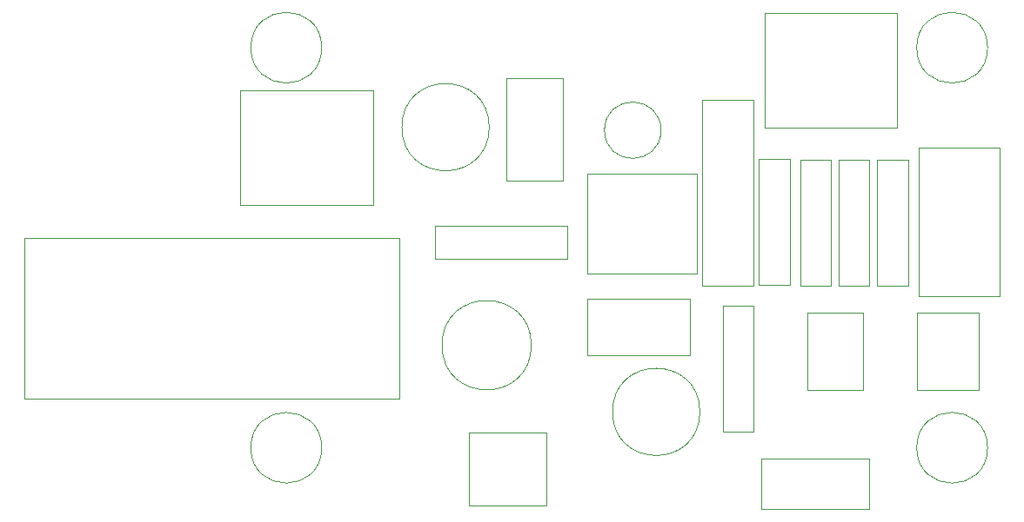
<source format=gbr>
G04 #@! TF.GenerationSoftware,KiCad,Pcbnew,5.0.2-bee76a0~70~ubuntu18.04.1*
G04 #@! TF.CreationDate,2019-07-29T09:45:32+01:00*
G04 #@! TF.ProjectId,led_driver,6c65645f-6472-4697-9665-722e6b696361,rev?*
G04 #@! TF.SameCoordinates,Original*
G04 #@! TF.FileFunction,Other,User*
%FSLAX46Y46*%
G04 Gerber Fmt 4.6, Leading zero omitted, Abs format (unit mm)*
G04 Created by KiCad (PCBNEW 5.0.2-bee76a0~70~ubuntu18.04.1) date Mon 29 Jul 2019 09:45:32 BST*
%MOMM*%
%LPD*%
G01*
G04 APERTURE LIST*
%ADD10C,0.050000*%
G04 APERTURE END LIST*
D10*
G04 #@! TO.C,C1*
X127464000Y-66046800D02*
G75*
G03X127464000Y-66046800I-2750000J0D01*
G01*
G04 #@! TO.C,C2*
X131250000Y-93500000D02*
G75*
G03X131250000Y-93500000I-4250000J0D01*
G01*
G04 #@! TO.C,C3*
X130250000Y-87950000D02*
X130250000Y-82450000D01*
X130250000Y-82450000D02*
X120250000Y-82450000D01*
X120250000Y-82450000D02*
X120250000Y-87950000D01*
X120250000Y-87950000D02*
X130250000Y-87950000D01*
G04 #@! TO.C,C4*
X110750000Y-65750000D02*
G75*
G03X110750000Y-65750000I-4250000J0D01*
G01*
G04 #@! TO.C,C5*
X117913600Y-70950000D02*
X117913600Y-60950000D01*
X112413600Y-70950000D02*
X117913600Y-70950000D01*
X112413600Y-60950000D02*
X112413600Y-70950000D01*
X117913600Y-60950000D02*
X112413600Y-60950000D01*
G04 #@! TO.C,D1*
X118350000Y-78600000D02*
X118350000Y-75400000D01*
X118350000Y-75400000D02*
X105490000Y-75400000D01*
X105490000Y-75400000D02*
X105490000Y-78600000D01*
X105490000Y-78600000D02*
X118350000Y-78600000D01*
G04 #@! TO.C,J1*
X86530000Y-73360000D02*
X86530000Y-62170000D01*
X86530000Y-73360000D02*
X99470000Y-73360000D01*
X99470000Y-62170000D02*
X86530000Y-62170000D01*
X99470000Y-62170000D02*
X99470000Y-73360000D01*
G04 #@! TO.C,J2*
X137530000Y-65830000D02*
X137530000Y-54640000D01*
X137530000Y-65830000D02*
X150470000Y-65830000D01*
X150470000Y-54640000D02*
X137530000Y-54640000D01*
X150470000Y-54640000D02*
X150470000Y-65830000D01*
G04 #@! TO.C,J3*
X102039400Y-92254200D02*
X102039400Y-76554200D01*
X102039400Y-92254200D02*
X65539400Y-92254200D01*
X65539400Y-76554200D02*
X65539400Y-92254200D01*
X102039400Y-76554200D02*
X65539400Y-76554200D01*
G04 #@! TO.C,Q1*
X152400000Y-83850000D02*
X152400000Y-91350000D01*
X158400000Y-83850000D02*
X152400000Y-83850000D01*
X158400000Y-91350000D02*
X158400000Y-83850000D01*
X152400000Y-91350000D02*
X158400000Y-91350000D01*
G04 #@! TO.C,Q2*
X147100000Y-83870000D02*
X141700000Y-83870000D01*
X147100000Y-91330000D02*
X141700000Y-91330000D01*
X147100000Y-83870000D02*
X147100000Y-91330000D01*
X141700000Y-83870000D02*
X141700000Y-91330000D01*
G04 #@! TO.C,R1*
X137000000Y-81148400D02*
X140000000Y-81148400D01*
X140000000Y-81148400D02*
X140000000Y-68888400D01*
X140000000Y-68888400D02*
X137000000Y-68888400D01*
X137000000Y-68888400D02*
X137000000Y-81148400D01*
G04 #@! TO.C,R3*
X136500000Y-95410000D02*
X136500000Y-83150000D01*
X133500000Y-95410000D02*
X136500000Y-95410000D01*
X133500000Y-83150000D02*
X133500000Y-95410000D01*
X136500000Y-83150000D02*
X133500000Y-83150000D01*
G04 #@! TO.C,R4*
X147750000Y-68950000D02*
X144750000Y-68950000D01*
X144750000Y-68950000D02*
X144750000Y-81210000D01*
X144750000Y-81210000D02*
X147750000Y-81210000D01*
X147750000Y-81210000D02*
X147750000Y-68950000D01*
G04 #@! TO.C,R5*
X151500000Y-68950000D02*
X148500000Y-68950000D01*
X148500000Y-68950000D02*
X148500000Y-81210000D01*
X148500000Y-81210000D02*
X151500000Y-81210000D01*
X151500000Y-81210000D02*
X151500000Y-68950000D01*
G04 #@! TO.C,R6*
X141000000Y-68950000D02*
X141000000Y-81210000D01*
X144000000Y-68950000D02*
X141000000Y-68950000D01*
X144000000Y-81210000D02*
X144000000Y-68950000D01*
X141000000Y-81210000D02*
X144000000Y-81210000D01*
G04 #@! TO.C,RV2*
X152550000Y-67750000D02*
X152550000Y-82250000D01*
X152550000Y-82250000D02*
X160450000Y-82250000D01*
X160450000Y-82250000D02*
X160450000Y-67750000D01*
X160450000Y-67750000D02*
X152550000Y-67750000D01*
G04 #@! TO.C,U1*
X130988400Y-70260800D02*
X120288400Y-70260800D01*
X120288400Y-70260800D02*
X120288400Y-80060800D01*
X120288400Y-80060800D02*
X130988400Y-80060800D01*
X130988400Y-80060800D02*
X130988400Y-70260800D01*
G04 #@! TO.C,H1*
X94450000Y-58000000D02*
G75*
G03X94450000Y-58000000I-3450000J0D01*
G01*
G04 #@! TO.C,H2*
X159250000Y-97000000D02*
G75*
G03X159250000Y-97000000I-3450000J0D01*
G01*
G04 #@! TO.C,H3*
X94450000Y-97000000D02*
G75*
G03X94450000Y-97000000I-3450000J0D01*
G01*
G04 #@! TO.C,H4*
X159250000Y-58000000D02*
G75*
G03X159250000Y-58000000I-3450000J0D01*
G01*
G04 #@! TO.C,L1*
X114850000Y-87000000D02*
G75*
G03X114850000Y-87000000I-4350000J0D01*
G01*
G04 #@! TO.C,R2*
X131459600Y-81250000D02*
X136459600Y-81250000D01*
X136459600Y-81250000D02*
X136459600Y-63110000D01*
X136459600Y-63110000D02*
X131459600Y-63110000D01*
X131459600Y-63110000D02*
X131459600Y-81250000D01*
G04 #@! TO.C,R7*
X147710000Y-103000000D02*
X147710000Y-98090000D01*
X147710000Y-98090000D02*
X137210000Y-98090000D01*
X137210000Y-98090000D02*
X137210000Y-103000000D01*
X137210000Y-103000000D02*
X147710000Y-103000000D01*
G04 #@! TO.C,RV1*
X108750000Y-95500000D02*
X108750000Y-102650000D01*
X108750000Y-102650000D02*
X116300000Y-102650000D01*
X116300000Y-102650000D02*
X116300000Y-95500000D01*
X116300000Y-95500000D02*
X108750000Y-95500000D01*
G04 #@! TD*
M02*

</source>
